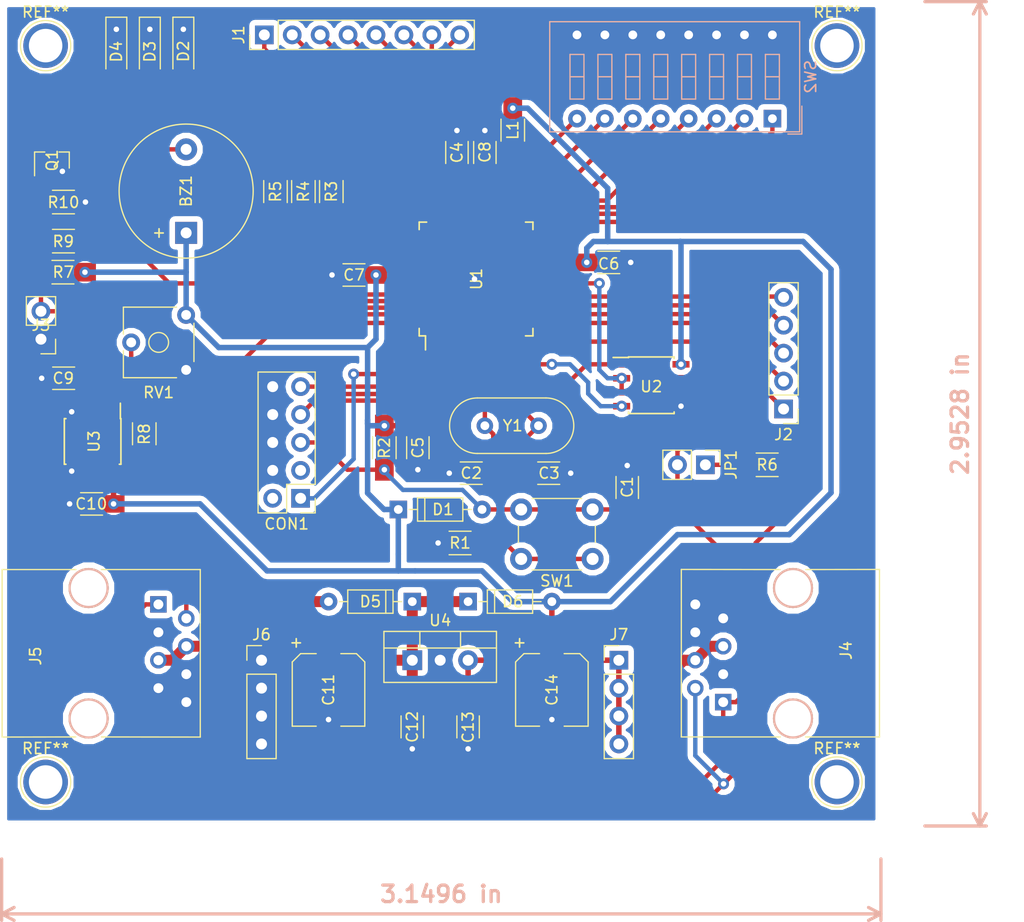
<source format=kicad_pcb>
(kicad_pcb (version 4) (host pcbnew 4.0.7-e2-6376~58~ubuntu16.04.1)
  (layers (0 F.Cu signal hide) (31 B.Cu signal hide) (34 B.Paste user hide) (35 F.Paste user hide) (36 B.SilkS user) (37 F.SilkS user) (38 B.Mask user hide) (39 F.Mask user hide) (44 Edge.Cuts user hide))
  (net 0 "")
  (net 1 +5V)
  (net 2 "Net-(BZ1-Pad2)")
  (net 3 AVR_RESET)
  (net 4 GND)
  (net 5 "Net-(C2-Pad1)")
  (net 6 "Net-(C3-Pad1)")
  (net 7 "Net-(C4-Pad1)")
  (net 8 "Net-(C8-Pad1)")
  (net 9 "Net-(C9-Pad1)")
  (net 10 "Net-(C11-Pad1)")
  (net 11 AVR_MOSI)
  (net 12 "Net-(CON1-Pad2)")
  (net 13 "Net-(CON1-Pad3)")
  (net 14 AVR_SCK)
  (net 15 AVR_MISO)
  (net 16 "Net-(D2-Pad2)")
  (net 17 "Net-(D3-Pad2)")
  (net 18 "Net-(D4-Pad2)")
  (net 19 +12V)
  (net 20 "Net-(J1-Pad1)")
  (net 21 "Net-(J1-Pad2)")
  (net 22 "Net-(J1-Pad3)")
  (net 23 "Net-(J1-Pad4)")
  (net 24 "Net-(J1-Pad5)")
  (net 25 "Net-(J1-Pad6)")
  (net 26 "Net-(J1-Pad7)")
  (net 27 "Net-(J1-Pad8)")
  (net 28 "Net-(J2-Pad1)")
  (net 29 "Net-(J2-Pad2)")
  (net 30 "Net-(J2-Pad3)")
  (net 31 "Net-(J2-Pad4)")
  (net 32 "Net-(J2-Pad5)")
  (net 33 MAX485_A)
  (net 34 MAX485_B)
  (net 35 "Net-(JP1-Pad1)")
  (net 36 "Net-(Q1-Pad1)")
  (net 37 "Net-(R1-Pad1)")
  (net 38 "Net-(R3-Pad2)")
  (net 39 "Net-(R4-Pad2)")
  (net 40 "Net-(R5-Pad2)")
  (net 41 AVR_PB4)
  (net 42 AVR_PB3)
  (net 43 "Net-(RV1-Pad2)")
  (net 44 "Net-(SW2-Pad1)")
  (net 45 "Net-(SW2-Pad2)")
  (net 46 "Net-(SW2-Pad3)")
  (net 47 "Net-(SW2-Pad4)")
  (net 48 "Net-(SW2-Pad5)")
  (net 49 "Net-(SW2-Pad6)")
  (net 50 "Net-(SW2-Pad7)")
  (net 51 "Net-(SW2-Pad8)")
  (net 52 AVR_RXD)
  (net 53 AVR_TXD)
  (net 54 AVR_PD7)
  (net 55 "Net-(U3-Pad6)")
  (module Resistors_SMD:R_1206_HandSoldering (layer F.Cu) (at 210.82 102.584 90)
    (fp_text reference R2 (at -0.032 0 90) (layer F.SilkS))
    (fp_text value 10K)
    (pad 1 smd rect (at -2 0 90) (size 2 1.7) (layers F.Cu F.Paste F.Mask) (net 3 AVR_RESET))
    (pad 2 smd rect (at 2 0 90) (size 2 1.7) (layers F.Cu F.Paste F.Mask) (net 1 +5V))
  )
  (module Connectors:RJ45_8 (layer F.Cu) (at 241.65 125.73 90)
    (fp_text reference J4 (at 4.7 11.18 90) (layer F.SilkS))
    (fp_text value RJ45)
    (pad Hole np_thru_hole circle (at 10.38 6.35 90) (size 3.65 3.65) (drill 3.25) (layers *.Cu *.SilkS *.Mask))
    (pad Hole np_thru_hole circle (at -1.49 6.35 90) (size 3.65 3.65) (drill 3.25) (layers *.Cu *.SilkS *.Mask))
    (pad 1 thru_hole rect (at 0 0 90) (size 1.5 1.5) (drill 0.9) (layers *.Cu *.Mask) (net 33 MAX485_A))
    (pad 2 thru_hole circle (at 1.27 -2.54 90) (size 1.5 1.5) (drill 0.9) (layers *.Cu *.Mask) (net 34 MAX485_B))
    (pad 3 thru_hole circle (at 2.54 0 90) (size 1.5 1.5) (drill 0.9) (layers *.Cu *.Mask) (net 4 GND))
    (pad 4 thru_hole circle (at 3.81 -2.54 90) (size 1.5 1.5) (drill 0.9) (layers *.Cu *.Mask) (net 19 +12V))
    (pad 5 thru_hole circle (at 5.08 0 90) (size 1.5 1.5) (drill 0.9) (layers *.Cu *.Mask) (net 19 +12V))
    (pad 6 thru_hole circle (at 6.35 -2.54 90) (size 1.5 1.5) (drill 0.9) (layers *.Cu *.Mask) (net 4 GND))
    (pad 7 thru_hole circle (at 7.62 0 90) (size 1.5 1.5) (drill 0.9) (layers *.Cu *.Mask) (net 4 GND))
    (pad 8 thru_hole circle (at 8.89 -2.54 90) (size 1.5 1.5) (drill 0.9) (layers *.Cu *.Mask) (net 4 GND))
  )
  (module Connectors:RJ45_8 (layer F.Cu) (at 190.262 116.84 270)
    (fp_text reference J5 (at 4.7 11.18 270) (layer F.SilkS))
    (fp_text value RJ45)
    (pad Hole np_thru_hole circle (at 10.38 6.35 270) (size 3.65 3.65) (drill 3.25) (layers *.Cu *.SilkS *.Mask))
    (pad Hole np_thru_hole circle (at -1.49 6.35 270) (size 3.65 3.65) (drill 3.25) (layers *.Cu *.SilkS *.Mask))
    (pad 1 thru_hole rect (at 0 0 270) (size 1.5 1.5) (drill 0.9) (layers *.Cu *.Mask) (net 33 MAX485_A))
    (pad 2 thru_hole circle (at 1.27 -2.54 270) (size 1.5 1.5) (drill 0.9) (layers *.Cu *.Mask) (net 34 MAX485_B))
    (pad 3 thru_hole circle (at 2.54 0 270) (size 1.5 1.5) (drill 0.9) (layers *.Cu *.Mask) (net 4 GND))
    (pad 4 thru_hole circle (at 3.81 -2.54 270) (size 1.5 1.5) (drill 0.9) (layers *.Cu *.Mask) (net 19 +12V))
    (pad 5 thru_hole circle (at 5.08 0 270) (size 1.5 1.5) (drill 0.9) (layers *.Cu *.Mask) (net 19 +12V))
    (pad 6 thru_hole circle (at 6.35 -2.54 270) (size 1.5 1.5) (drill 0.9) (layers *.Cu *.Mask) (net 4 GND))
    (pad 7 thru_hole circle (at 7.62 0 270) (size 1.5 1.5) (drill 0.9) (layers *.Cu *.Mask) (net 4 GND))
    (pad 8 thru_hole circle (at 8.89 -2.54 270) (size 1.5 1.5) (drill 0.9) (layers *.Cu *.Mask) (net 4 GND))
  )
  (module Resistors_SMD:R_1206_HandSoldering (layer F.Cu) (at 217.71 111.252 180)
    (fp_text reference R1 (at 0 0 180) (layer F.SilkS))
    (fp_text value 330)
    (pad 1 smd rect (at -2 0 180) (size 2 1.7) (layers F.Cu F.Paste F.Mask) (net 37 "Net-(R1-Pad1)"))
    (pad 2 smd rect (at 2 0 180) (size 2 1.7) (layers F.Cu F.Paste F.Mask) (net 4 GND))
  )
  (module Capacitors_SMD:C_1206_HandSoldering (layer F.Cu) (at 218.726 104.902 180)
    (fp_text reference C2 (at 0 0 180) (layer F.SilkS))
    (fp_text value 22pF)
    (pad 1 smd rect (at -2 0 180) (size 2 1.6) (layers F.Cu F.Paste F.Mask) (net 5 "Net-(C2-Pad1)"))
    (pad 2 smd rect (at 2 0 180) (size 2 1.6) (layers F.Cu F.Paste F.Mask) (net 4 GND))
  )
  (module Diodes_THT:D_DO-35_SOD27_P7.62mm_Horizontal (layer F.Cu) (at 212.09 108.204)
    (fp_text reference D1 (at 4.064 0) (layer F.SilkS))
    (fp_text value 1N4004)
    (pad 1 thru_hole rect (at 0 0) (size 1.6 1.6) (drill 0.8) (layers *.Cu *.Mask) (net 1 +5V))
    (pad 2 thru_hole oval (at 7.62 0) (size 1.6 1.6) (drill 0.8) (layers *.Cu *.Mask) (net 3 AVR_RESET))
  )
  (module Capacitors_SMD:C_1206_HandSoldering (layer F.Cu) (at 213.868 102.584 270)
    (fp_text reference C5 (at 0 0 270) (layer F.SilkS))
    (fp_text value 100nF)
    (pad 1 smd rect (at -2 0 270) (size 2 1.6) (layers F.Cu F.Paste F.Mask) (net 1 +5V))
    (pad 2 smd rect (at 2 0 270) (size 2 1.6) (layers F.Cu F.Paste F.Mask) (net 4 GND))
  )
  (module Capacitors_SMD:C_1206_HandSoldering (layer F.Cu) (at 232.918 106.204 90)
    (fp_text reference C1 (at 0.032 0 90) (layer F.SilkS))
    (fp_text value 100nF)
    (pad 1 smd rect (at -2 0 90) (size 2 1.6) (layers F.Cu F.Paste F.Mask) (net 3 AVR_RESET))
    (pad 2 smd rect (at 2 0 90) (size 2 1.6) (layers F.Cu F.Paste F.Mask) (net 4 GND))
  )
  (module Capacitors_SMD:C_1206_HandSoldering (layer F.Cu) (at 225.774 104.902)
    (fp_text reference C3 (at 0.032 0) (layer F.SilkS))
    (fp_text value 22pF)
    (pad 1 smd rect (at -2 0) (size 2 1.6) (layers F.Cu F.Paste F.Mask) (net 6 "Net-(C3-Pad1)"))
    (pad 2 smd rect (at 2 0) (size 2 1.6) (layers F.Cu F.Paste F.Mask) (net 4 GND))
  )
  (module Buttons_Switches_THT:SW_PUSH_6mm_h13mm (layer F.Cu) (at 229.766 112.704 180)
    (fp_text reference SW1 (at 3.25 -2 180) (layer F.SilkS))
    (fp_text value SW_Push)
    (pad 2 thru_hole circle (at 0 4.5 270) (size 2 2) (drill 1.1) (layers *.Cu *.Mask) (net 3 AVR_RESET))
    (pad 1 thru_hole circle (at 0 0 270) (size 2 2) (drill 1.1) (layers *.Cu *.Mask) (net 37 "Net-(R1-Pad1)"))
    (pad 2 thru_hole circle (at 6.5 4.5 270) (size 2 2) (drill 1.1) (layers *.Cu *.Mask) (net 3 AVR_RESET))
    (pad 1 thru_hole circle (at 6.5 0 270) (size 2 2) (drill 1.1) (layers *.Cu *.Mask) (net 37 "Net-(R1-Pad1)"))
  )
  (module Crystals:Crystal_HC49-U_Vertical (layer F.Cu) (at 219.964 100.584)
    (fp_text reference Y1 (at 2.54 0) (layer F.SilkS))
    (fp_text value 16MHZ)
    (pad 1 thru_hole circle (at 0 0) (size 1.5 1.5) (drill 0.8) (layers *.Cu *.Mask) (net 5 "Net-(C2-Pad1)"))
    (pad 2 thru_hole circle (at 4.88 0) (size 1.5 1.5) (drill 0.8) (layers *.Cu *.Mask) (net 6 "Net-(C3-Pad1)"))
  )
  (module TO_SOT_Packages_SMD:SOT-23 (layer F.Cu) (at 180.574 76.44 90)
    (fp_text reference Q1 (at 0 0.02 90) (layer F.SilkS))
    (fp_text value BC847)
    (pad 1 smd rect (at -1 -0.95 90) (size 0.9 0.8) (layers F.Cu F.Paste F.Mask) (net 36 "Net-(Q1-Pad1)"))
    (pad 2 smd rect (at -1 0.95 90) (size 0.9 0.8) (layers F.Cu F.Paste F.Mask) (net 4 GND))
    (pad 3 smd rect (at 1 0 90) (size 0.9 0.8) (layers F.Cu F.Paste F.Mask) (net 2 "Net-(BZ1-Pad2)"))
  )
  (module Housings_SOIC:SOIC-8_3.9x4.9mm_Pitch1.27mm (layer F.Cu) (at 235.11 96.901)
    (fp_text reference U2 (at 0 0.127) (layer F.SilkS))
    (fp_text value MAX485E)
    (pad 1 smd rect (at -2.7 -1.905) (size 1.55 0.6) (layers F.Cu F.Paste F.Mask) (net 52 AVR_RXD))
    (pad 2 smd rect (at -2.7 -0.635) (size 1.55 0.6) (layers F.Cu F.Paste F.Mask) (net 54 AVR_PD7))
    (pad 3 smd rect (at -2.7 0.635) (size 1.55 0.6) (layers F.Cu F.Paste F.Mask) (net 54 AVR_PD7))
    (pad 4 smd rect (at -2.7 1.905) (size 1.55 0.6) (layers F.Cu F.Paste F.Mask) (net 53 AVR_TXD))
    (pad 5 smd rect (at 2.7 1.905) (size 1.55 0.6) (layers F.Cu F.Paste F.Mask) (net 4 GND))
    (pad 6 smd rect (at 2.7 0.635) (size 1.55 0.6) (layers F.Cu F.Paste F.Mask) (net 33 MAX485_A))
    (pad 7 smd rect (at 2.7 -0.635) (size 1.55 0.6) (layers F.Cu F.Paste F.Mask) (net 34 MAX485_B))
    (pad 8 smd rect (at 2.7 -1.905) (size 1.55 0.6) (layers F.Cu F.Paste F.Mask) (net 1 +5V))
  )
  (module Buzzers_Beepers:Buzzer_12x9.5RM7.6 (layer F.Cu) (at 192.786 83.038 90)
    (fp_text reference BZ1 (at 3.8 0 90) (layer F.SilkS))
    (fp_text value Buzzer)
    (fp_text user + (at -0.01 -2.54 90) (layer F.SilkS))
    (pad 1 thru_hole rect (at 0 0 90) (size 2 2) (drill 1) (layers *.Cu *.Mask) (net 1 +5V))
    (pad 2 thru_hole circle (at 7.6 0 90) (size 2 2) (drill 1) (layers *.Cu *.Mask) (net 2 "Net-(BZ1-Pad2)"))
  )
  (module Capacitors_SMD:C_1206_HandSoldering (layer F.Cu) (at 217.424 75.724 90)
    (fp_text reference C4 (at 0 0 90) (layer F.SilkS))
    (fp_text value 100nF)
    (pad 1 smd rect (at -2 0 90) (size 2 1.6) (layers F.Cu F.Paste F.Mask) (net 7 "Net-(C4-Pad1)"))
    (pad 2 smd rect (at 2 0 90) (size 2 1.6) (layers F.Cu F.Paste F.Mask) (net 4 GND))
  )
  (module Capacitors_SMD:C_1206_HandSoldering (layer F.Cu) (at 231.235 85.725)
    (fp_text reference C6 (at 0 0.127) (layer F.SilkS))
    (fp_text value 100nF)
    (pad 1 smd rect (at -2 0) (size 2 1.6) (layers F.Cu F.Paste F.Mask) (net 1 +5V))
    (pad 2 smd rect (at 2 0) (size 2 1.6) (layers F.Cu F.Paste F.Mask) (net 4 GND))
  )
  (module Capacitors_SMD:C_1206_HandSoldering (layer F.Cu) (at 208.058 86.868 180)
    (fp_text reference C7 (at 0 0 180) (layer F.SilkS))
    (fp_text value 100nF)
    (pad 1 smd rect (at -2 0 180) (size 2 1.6) (layers F.Cu F.Paste F.Mask) (net 1 +5V))
    (pad 2 smd rect (at 2 0 180) (size 2 1.6) (layers F.Cu F.Paste F.Mask) (net 4 GND))
  )
  (module Capacitors_SMD:C_1206_HandSoldering (layer F.Cu) (at 219.964 75.724 90)
    (fp_text reference C8 (at 0.032 0 90) (layer F.SilkS))
    (fp_text value 100nF)
    (pad 1 smd rect (at -2 0 90) (size 2 1.6) (layers F.Cu F.Paste F.Mask) (net 8 "Net-(C8-Pad1)"))
    (pad 2 smd rect (at 2 0 90) (size 2 1.6) (layers F.Cu F.Paste F.Mask) (net 4 GND))
  )
  (module Capacitors_SMD:C_1206_HandSoldering (layer F.Cu) (at 181.642 96.266 180)
    (fp_text reference C9 (at 0.032 0 180) (layer F.SilkS))
    (fp_text value 100nF)
    (pad 1 smd rect (at -2 0 180) (size 2 1.6) (layers F.Cu F.Paste F.Mask) (net 9 "Net-(C9-Pad1)"))
    (pad 2 smd rect (at 2 0 180) (size 2 1.6) (layers F.Cu F.Paste F.Mask) (net 4 GND))
  )
  (module Capacitors_SMD:C_1206_HandSoldering (layer F.Cu) (at 184.182 107.696)
    (fp_text reference C10 (at -0.032 0) (layer F.SilkS))
    (fp_text value 100nF)
    (pad 1 smd rect (at -2 0) (size 2 1.6) (layers F.Cu F.Paste F.Mask) (net 4 GND))
    (pad 2 smd rect (at 2 0) (size 2 1.6) (layers F.Cu F.Paste F.Mask) (net 1 +5V))
  )
  (module Capacitors_SMD:CP_Elec_6.3x5.3 (layer F.Cu) (at 205.74 124.62 270)
    (fp_text reference C11 (at 0 0 270) (layer F.SilkS))
    (fp_text value 100uF)
    (fp_text user + (at -4.28 3.01 270) (layer F.SilkS))
    (pad 1 smd rect (at -2.7 0 90) (size 3.5 1.6) (layers F.Cu F.Paste F.Mask) (net 10 "Net-(C11-Pad1)"))
    (pad 2 smd rect (at 2.7 0 90) (size 3.5 1.6) (layers F.Cu F.Paste F.Mask) (net 4 GND))
  )
  (module Capacitors_SMD:C_1206_HandSoldering (layer F.Cu) (at 213.36 127.984 270)
    (fp_text reference C12 (at 0 0 270) (layer F.SilkS))
    (fp_text value 330nF)
    (pad 1 smd rect (at -2 0 270) (size 2 1.6) (layers F.Cu F.Paste F.Mask) (net 10 "Net-(C11-Pad1)"))
    (pad 2 smd rect (at 2 0 270) (size 2 1.6) (layers F.Cu F.Paste F.Mask) (net 4 GND))
  )
  (module Capacitors_SMD:C_1206_HandSoldering (layer F.Cu) (at 218.44 127.984 270)
    (fp_text reference C13 (at 0.032 0 270) (layer F.SilkS))
    (fp_text value 100nF)
    (pad 1 smd rect (at -2 0 270) (size 2 1.6) (layers F.Cu F.Paste F.Mask) (net 1 +5V))
    (pad 2 smd rect (at 2 0 270) (size 2 1.6) (layers F.Cu F.Paste F.Mask) (net 4 GND))
  )
  (module Capacitors_SMD:CP_Elec_6.3x5.3 (layer F.Cu) (at 226.06 124.62 270)
    (fp_text reference C14 (at 0 0 270) (layer F.SilkS))
    (fp_text value 100uF)
    (fp_text user + (at -4.28 3.01 270) (layer F.SilkS))
    (pad 1 smd rect (at -2.7 0 90) (size 3.5 1.6) (layers F.Cu F.Paste F.Mask) (net 1 +5V))
    (pad 2 smd rect (at 2.7 0 90) (size 3.5 1.6) (layers F.Cu F.Paste F.Mask) (net 4 GND))
  )
  (module Pin_Headers:Pin_Header_Straight_2x05_Pitch2.54mm (layer F.Cu) (at 203.2 107.188 180)
    (fp_text reference CON1 (at 1.27 -2.33 180) (layer F.SilkS))
    (fp_text value AVR-ISP-10)
    (pad 1 thru_hole rect (at 0 0 180) (size 1.7 1.7) (drill 1) (layers *.Cu *.Mask) (net 11 AVR_MOSI))
    (pad 2 thru_hole oval (at 2.54 0 180) (size 1.7 1.7) (drill 1) (layers *.Cu *.Mask) (net 12 "Net-(CON1-Pad2)"))
    (pad 3 thru_hole oval (at 0 2.54 180) (size 1.7 1.7) (drill 1) (layers *.Cu *.Mask) (net 13 "Net-(CON1-Pad3)"))
    (pad 4 thru_hole oval (at 2.54 2.54 180) (size 1.7 1.7) (drill 1) (layers *.Cu *.Mask) (net 4 GND))
    (pad 5 thru_hole oval (at 0 5.08 180) (size 1.7 1.7) (drill 1) (layers *.Cu *.Mask) (net 3 AVR_RESET))
    (pad 6 thru_hole oval (at 2.54 5.08 180) (size 1.7 1.7) (drill 1) (layers *.Cu *.Mask) (net 4 GND))
    (pad 7 thru_hole oval (at 0 7.62 180) (size 1.7 1.7) (drill 1) (layers *.Cu *.Mask) (net 14 AVR_SCK))
    (pad 8 thru_hole oval (at 2.54 7.62 180) (size 1.7 1.7) (drill 1) (layers *.Cu *.Mask) (net 4 GND))
    (pad 9 thru_hole oval (at 0 10.16 180) (size 1.7 1.7) (drill 1) (layers *.Cu *.Mask) (net 15 AVR_MISO))
    (pad 10 thru_hole oval (at 2.54 10.16 180) (size 1.7 1.7) (drill 1) (layers *.Cu *.Mask) (net 4 GND))
  )
  (module LEDs:LED_1206_HandSoldering (layer F.Cu) (at 192.532 66.516 270)
    (fp_text reference D2 (at 0 0 270) (layer F.SilkS))
    (fp_text value RED)
    (pad 1 smd rect (at -2 0 270) (size 2 1.7) (layers F.Cu F.Paste F.Mask) (net 4 GND))
    (pad 2 smd rect (at 2 0 270) (size 2 1.7) (layers F.Cu F.Paste F.Mask) (net 16 "Net-(D2-Pad2)"))
  )
  (module LEDs:LED_1206_HandSoldering (layer F.Cu) (at 189.484 66.516 270)
    (fp_text reference D3 (at 0.032 0 270) (layer F.SilkS))
    (fp_text value GREEN)
    (pad 1 smd rect (at -2 0 270) (size 2 1.7) (layers F.Cu F.Paste F.Mask) (net 4 GND))
    (pad 2 smd rect (at 2 0 270) (size 2 1.7) (layers F.Cu F.Paste F.Mask) (net 17 "Net-(D3-Pad2)"))
  )
  (module LEDs:LED_1206_HandSoldering (layer F.Cu) (at 186.436 66.516 270)
    (fp_text reference D4 (at 0.032 0 270) (layer F.SilkS))
    (fp_text value BLUE)
    (pad 1 smd rect (at -2 0 270) (size 2 1.7) (layers F.Cu F.Paste F.Mask) (net 4 GND))
    (pad 2 smd rect (at 2 0 270) (size 2 1.7) (layers F.Cu F.Paste F.Mask) (net 18 "Net-(D4-Pad2)"))
  )
  (module Diodes_THT:D_DO-35_SOD27_P7.62mm_Horizontal (layer F.Cu) (at 213.36 116.586 180)
    (fp_text reference D5 (at 3.81 0 180) (layer F.SilkS))
    (fp_text value 1N4004)
    (pad 1 thru_hole rect (at 0 0 180) (size 1.6 1.6) (drill 0.8) (layers *.Cu *.Mask) (net 10 "Net-(C11-Pad1)"))
    (pad 2 thru_hole oval (at 7.62 0 180) (size 1.6 1.6) (drill 0.8) (layers *.Cu *.Mask) (net 19 +12V))
  )
  (module Diodes_THT:D_DO-35_SOD27_P7.62mm_Horizontal (layer F.Cu) (at 218.44 116.586)
    (fp_text reference D6 (at 4.064 0) (layer F.SilkS))
    (fp_text value 1N4004)
    (pad 1 thru_hole rect (at 0 0) (size 1.6 1.6) (drill 0.8) (layers *.Cu *.Mask) (net 10 "Net-(C11-Pad1)"))
    (pad 2 thru_hole oval (at 7.62 0) (size 1.6 1.6) (drill 0.8) (layers *.Cu *.Mask) (net 1 +5V))
  )
  (module Pin_Headers:Pin_Header_Straight_1x08_Pitch2.54mm (layer F.Cu) (at 199.898 65.024 90)
    (fp_text reference J1 (at 0 -2.33 90) (layer F.SilkS))
    (fp_text value Conn_01x08)
    (pad 1 thru_hole rect (at 0 0 90) (size 1.7 1.7) (drill 1) (layers *.Cu *.Mask) (net 20 "Net-(J1-Pad1)"))
    (pad 2 thru_hole oval (at 0 2.54 90) (size 1.7 1.7) (drill 1) (layers *.Cu *.Mask) (net 21 "Net-(J1-Pad2)"))
    (pad 3 thru_hole oval (at 0 5.08 90) (size 1.7 1.7) (drill 1) (layers *.Cu *.Mask) (net 22 "Net-(J1-Pad3)"))
    (pad 4 thru_hole oval (at 0 7.62 90) (size 1.7 1.7) (drill 1) (layers *.Cu *.Mask) (net 23 "Net-(J1-Pad4)"))
    (pad 5 thru_hole oval (at 0 10.16 90) (size 1.7 1.7) (drill 1) (layers *.Cu *.Mask) (net 24 "Net-(J1-Pad5)"))
    (pad 6 thru_hole oval (at 0 12.7 90) (size 1.7 1.7) (drill 1) (layers *.Cu *.Mask) (net 25 "Net-(J1-Pad6)"))
    (pad 7 thru_hole oval (at 0 15.24 90) (size 1.7 1.7) (drill 1) (layers *.Cu *.Mask) (net 26 "Net-(J1-Pad7)"))
    (pad 8 thru_hole oval (at 0 17.78 90) (size 1.7 1.7) (drill 1) (layers *.Cu *.Mask) (net 27 "Net-(J1-Pad8)"))
  )
  (module Pin_Headers:Pin_Header_Straight_1x05_Pitch2.54mm (layer F.Cu) (at 247.142 99.06 180)
    (fp_text reference J2 (at 0 -2.33 180) (layer F.SilkS))
    (fp_text value Conn_01x05)
    (pad 1 thru_hole rect (at 0 0 180) (size 1.7 1.7) (drill 1) (layers *.Cu *.Mask) (net 28 "Net-(J2-Pad1)"))
    (pad 2 thru_hole oval (at 0 2.54 180) (size 1.7 1.7) (drill 1) (layers *.Cu *.Mask) (net 29 "Net-(J2-Pad2)"))
    (pad 3 thru_hole oval (at 0 5.08 180) (size 1.7 1.7) (drill 1) (layers *.Cu *.Mask) (net 30 "Net-(J2-Pad3)"))
    (pad 4 thru_hole oval (at 0 7.62 180) (size 1.7 1.7) (drill 1) (layers *.Cu *.Mask) (net 31 "Net-(J2-Pad4)"))
    (pad 5 thru_hole oval (at 0 10.16 180) (size 1.7 1.7) (drill 1) (layers *.Cu *.Mask) (net 32 "Net-(J2-Pad5)"))
  )
  (module Pin_Headers:Pin_Header_Straight_1x02_Pitch2.54mm (layer F.Cu) (at 179.578 92.71 180)
    (fp_text reference J3 (at 0 1.27 180) (layer F.SilkS))
    (fp_text value Conn_01x02)
    (pad 1 thru_hole rect (at 0 0 180) (size 1.7 1.7) (drill 1) (layers *.Cu *.Mask) (net 4 GND))
    (pad 2 thru_hole oval (at 0 2.54 180) (size 1.7 1.7) (drill 1) (layers *.Cu *.Mask) (net 9 "Net-(C9-Pad1)"))
  )
  (module Pin_Headers:Pin_Header_Straight_1x04_Pitch2.54mm (layer F.Cu) (at 199.644 121.92)
    (fp_text reference J6 (at 0 -2.33) (layer F.SilkS))
    (fp_text value Conn_01x04)
    (pad 1 thru_hole rect (at 0 0) (size 1.7 1.7) (drill 1) (layers *.Cu *.Mask) (net 4 GND))
    (pad 2 thru_hole oval (at 0 2.54) (size 1.7 1.7) (drill 1) (layers *.Cu *.Mask) (net 4 GND))
    (pad 3 thru_hole oval (at 0 5.08) (size 1.7 1.7) (drill 1) (layers *.Cu *.Mask) (net 4 GND))
    (pad 4 thru_hole oval (at 0 7.62) (size 1.7 1.7) (drill 1) (layers *.Cu *.Mask) (net 4 GND))
  )
  (module Pin_Headers:Pin_Header_Straight_1x04_Pitch2.54mm (layer F.Cu) (at 232.156 121.92)
    (fp_text reference J7 (at 0 -2.33) (layer F.SilkS))
    (fp_text value Conn_01x04)
    (pad 1 thru_hole rect (at 0 0) (size 1.7 1.7) (drill 1) (layers *.Cu *.Mask) (net 1 +5V))
    (pad 2 thru_hole oval (at 0 2.54) (size 1.7 1.7) (drill 1) (layers *.Cu *.Mask) (net 1 +5V))
    (pad 3 thru_hole oval (at 0 5.08) (size 1.7 1.7) (drill 1) (layers *.Cu *.Mask) (net 1 +5V))
    (pad 4 thru_hole oval (at 0 7.62) (size 1.7 1.7) (drill 1) (layers *.Cu *.Mask) (net 1 +5V))
  )
  (module Pin_Headers:Pin_Header_Straight_1x02_Pitch2.54mm (layer F.Cu) (at 240.03 104.14 270)
    (fp_text reference JP1 (at 0 -2.33 270) (layer F.SilkS))
    (fp_text value Jumper)
    (pad 1 thru_hole rect (at 0 0 270) (size 1.7 1.7) (drill 1) (layers *.Cu *.Mask) (net 35 "Net-(JP1-Pad1)"))
    (pad 2 thru_hole oval (at 0 2.54 270) (size 1.7 1.7) (drill 1) (layers *.Cu *.Mask) (net 33 MAX485_A))
  )
  (module Inductors_SMD:L_1206_HandSoldering (layer F.Cu) (at 222.504 73.692 270)
    (fp_text reference L1 (at 0 0 270) (layer F.SilkS))
    (fp_text value 10uH)
    (pad 1 smd rect (at -2 0 270) (size 2 1.7) (layers F.Cu F.Paste F.Mask) (net 1 +5V))
    (pad 2 smd rect (at 2 0 270) (size 2 1.7) (layers F.Cu F.Paste F.Mask) (net 8 "Net-(C8-Pad1)"))
  )
  (module Resistors_SMD:R_1206_HandSoldering (layer F.Cu) (at 205.994 79.28 270)
    (fp_text reference R3 (at 0 0 270) (layer F.SilkS))
    (fp_text value 270)
    (pad 1 smd rect (at -2 0 270) (size 2 1.7) (layers F.Cu F.Paste F.Mask) (net 16 "Net-(D2-Pad2)"))
    (pad 2 smd rect (at 2 0 270) (size 2 1.7) (layers F.Cu F.Paste F.Mask) (net 38 "Net-(R3-Pad2)"))
  )
  (module Resistors_SMD:R_1206_HandSoldering (layer F.Cu) (at 203.454 79.28 270)
    (fp_text reference R4 (at 0 0 270) (layer F.SilkS))
    (fp_text value 270)
    (pad 1 smd rect (at -2 0 270) (size 2 1.7) (layers F.Cu F.Paste F.Mask) (net 17 "Net-(D3-Pad2)"))
    (pad 2 smd rect (at 2 0 270) (size 2 1.7) (layers F.Cu F.Paste F.Mask) (net 39 "Net-(R4-Pad2)"))
  )
  (module Resistors_SMD:R_1206_HandSoldering (layer F.Cu) (at 200.914 79.28 270)
    (fp_text reference R5 (at 0 0 270) (layer F.SilkS))
    (fp_text value 270)
    (pad 1 smd rect (at -2 0 270) (size 2 1.7) (layers F.Cu F.Paste F.Mask) (net 18 "Net-(D4-Pad2)"))
    (pad 2 smd rect (at 2 0 270) (size 2 1.7) (layers F.Cu F.Paste F.Mask) (net 40 "Net-(R5-Pad2)"))
  )
  (module Resistors_SMD:R_1206_HandSoldering (layer F.Cu) (at 245.65 104.14 180)
    (fp_text reference R6 (at 0 0 180) (layer F.SilkS))
    (fp_text value 120)
    (pad 1 smd rect (at -2 0 180) (size 2 1.7) (layers F.Cu F.Paste F.Mask) (net 34 MAX485_B))
    (pad 2 smd rect (at 2 0 180) (size 2 1.7) (layers F.Cu F.Paste F.Mask) (net 35 "Net-(JP1-Pad1)"))
  )
  (module Resistors_SMD:R_1206_HandSoldering (layer F.Cu) (at 181.578 86.614 180)
    (fp_text reference R7 (at -0.032 0 180) (layer F.SilkS))
    (fp_text value 10K)
    (pad 1 smd rect (at -2 0 180) (size 2 1.7) (layers F.Cu F.Paste F.Mask) (net 1 +5V))
    (pad 2 smd rect (at 2 0 180) (size 2 1.7) (layers F.Cu F.Paste F.Mask) (net 9 "Net-(C9-Pad1)"))
  )
  (module Resistors_SMD:R_1206_HandSoldering (layer F.Cu) (at 188.976 101.314 90)
    (fp_text reference R8 (at -0.032 0 90) (layer F.SilkS))
    (fp_text value 10K)
    (pad 1 smd rect (at -2 0 90) (size 2 1.7) (layers F.Cu F.Paste F.Mask) (net 1 +5V))
    (pad 2 smd rect (at 2 0 90) (size 2 1.7) (layers F.Cu F.Paste F.Mask) (net 41 AVR_PB4))
  )
  (module Resistors_SMD:R_1206_HandSoldering (layer F.Cu) (at 181.624 83.79)
    (fp_text reference R9 (at -0.014 0.03) (layer F.SilkS))
    (fp_text value 2K2)
    (pad 1 smd rect (at -2 0) (size 2 1.7) (layers F.Cu F.Paste F.Mask) (net 36 "Net-(Q1-Pad1)"))
    (pad 2 smd rect (at 2 0) (size 2 1.7) (layers F.Cu F.Paste F.Mask) (net 42 AVR_PB3))
  )
  (module Resistors_SMD:R_1206_HandSoldering (layer F.Cu) (at 181.624 80.234)
    (fp_text reference R10 (at 0 0.03) (layer F.SilkS))
    (fp_text value 10K)
    (pad 1 smd rect (at -2 0) (size 2 1.7) (layers F.Cu F.Paste F.Mask) (net 36 "Net-(Q1-Pad1)"))
    (pad 2 smd rect (at 2 0) (size 2 1.7) (layers F.Cu F.Paste F.Mask) (net 4 GND))
  )
  (module Potentiometers:Potentiometer_Trimmer_ACP_CA6v_Horizontal (layer F.Cu) (at 192.786 90.504 180)
    (fp_text reference RV1 (at 2.5 -7.06 180) (layer F.SilkS))
    (fp_text value 10K)
    (pad 3 thru_hole circle (at 0 -5 180) (size 1.62 1.62) (drill 0.9) (layers *.Cu *.Mask) (net 4 GND))
    (pad 2 thru_hole circle (at 5 -2.5 180) (size 1.62 1.62) (drill 0.9) (layers *.Cu *.Mask) (net 43 "Net-(RV1-Pad2)"))
    (pad 1 thru_hole circle (at 0 0 180) (size 1.62 1.62) (drill 0.9) (layers *.Cu *.Mask) (net 1 +5V))
  )
  (module Buttons_Switches_THT:SW_DIP_x8_W7.62mm_Slide (layer B.Cu) (at 246.126 72.644 90)
    (fp_text reference SW2 (at 3.81 3.48 90) (layer B.SilkS) (effects (justify mirror)))
    (fp_text value SW_DIP_x08)
    (pad 1 thru_hole rect (at 0 0 90) (size 1.6 1.6) (drill 0.8) (layers *.Cu *.Mask) (net 44 "Net-(SW2-Pad1)"))
    (pad 9 thru_hole oval (at 7.62 -17.78 90) (size 1.6 1.6) (drill 0.8) (layers *.Cu *.Mask) (net 4 GND))
    (pad 2 thru_hole oval (at 0 -2.54 90) (size 1.6 1.6) (drill 0.8) (layers *.Cu *.Mask) (net 45 "Net-(SW2-Pad2)"))
    (pad 10 thru_hole oval (at 7.62 -15.24 90) (size 1.6 1.6) (drill 0.8) (layers *.Cu *.Mask) (net 4 GND))
    (pad 3 thru_hole oval (at 0 -5.08 90) (size 1.6 1.6) (drill 0.8) (layers *.Cu *.Mask) (net 46 "Net-(SW2-Pad3)"))
    (pad 11 thru_hole oval (at 7.62 -12.7 90) (size 1.6 1.6) (drill 0.8) (layers *.Cu *.Mask) (net 4 GND))
    (pad 4 thru_hole oval (at 0 -7.62 90) (size 1.6 1.6) (drill 0.8) (layers *.Cu *.Mask) (net 47 "Net-(SW2-Pad4)"))
    (pad 12 thru_hole oval (at 7.62 -10.16 90) (size 1.6 1.6) (drill 0.8) (layers *.Cu *.Mask) (net 4 GND))
    (pad 5 thru_hole oval (at 0 -10.16 90) (size 1.6 1.6) (drill 0.8) (layers *.Cu *.Mask) (net 48 "Net-(SW2-Pad5)"))
    (pad 13 thru_hole oval (at 7.62 -7.62 90) (size 1.6 1.6) (drill 0.8) (layers *.Cu *.Mask) (net 4 GND))
    (pad 6 thru_hole oval (at 0 -12.7 90) (size 1.6 1.6) (drill 0.8) (layers *.Cu *.Mask) (net 49 "Net-(SW2-Pad6)"))
    (pad 14 thru_hole oval (at 7.62 -5.08 90) (size 1.6 1.6) (drill 0.8) (layers *.Cu *.Mask) (net 4 GND))
    (pad 7 thru_hole oval (at 0 -15.24 90) (size 1.6 1.6) (drill 0.8) (layers *.Cu *.Mask) (net 50 "Net-(SW2-Pad7)"))
    (pad 15 thru_hole oval (at 7.62 -2.54 90) (size 1.6 1.6) (drill 0.8) (layers *.Cu *.Mask) (net 4 GND))
    (pad 8 thru_hole oval (at 0 -17.78 90) (size 1.6 1.6) (drill 0.8) (layers *.Cu *.Mask) (net 51 "Net-(SW2-Pad8)"))
    (pad 16 thru_hole oval (at 7.62 0 90) (size 1.6 1.6) (drill 0.8) (layers *.Cu *.Mask) (net 4 GND))
  )
  (module Housings_QFP:TQFP-44_10x10mm_Pitch0.8mm (layer F.Cu) (at 219.164 87.234 90)
    (fp_text reference U1 (at 0 0.038 90) (layer F.SilkS))
    (fp_text value ATMEGA32-16PU)
    (pad 1 smd rect (at -5.7 -4 90) (size 1.5 0.55) (layers F.Cu F.Paste F.Mask) (net 11 AVR_MOSI))
    (pad 2 smd rect (at -5.7 -3.2 90) (size 1.5 0.55) (layers F.Cu F.Paste F.Mask) (net 15 AVR_MISO))
    (pad 3 smd rect (at -5.7 -2.4 90) (size 1.5 0.55) (layers F.Cu F.Paste F.Mask) (net 14 AVR_SCK))
    (pad 4 smd rect (at -5.7 -1.6 90) (size 1.5 0.55) (layers F.Cu F.Paste F.Mask) (net 3 AVR_RESET))
    (pad 5 smd rect (at -5.7 -0.8 90) (size 1.5 0.55) (layers F.Cu F.Paste F.Mask) (net 1 +5V))
    (pad 6 smd rect (at -5.7 0 90) (size 1.5 0.55) (layers F.Cu F.Paste F.Mask) (net 4 GND))
    (pad 7 smd rect (at -5.7 0.8 90) (size 1.5 0.55) (layers F.Cu F.Paste F.Mask) (net 5 "Net-(C2-Pad1)"))
    (pad 8 smd rect (at -5.7 1.6 90) (size 1.5 0.55) (layers F.Cu F.Paste F.Mask) (net 6 "Net-(C3-Pad1)"))
    (pad 9 smd rect (at -5.7 2.4 90) (size 1.5 0.55) (layers F.Cu F.Paste F.Mask) (net 52 AVR_RXD))
    (pad 10 smd rect (at -5.7 3.2 90) (size 1.5 0.55) (layers F.Cu F.Paste F.Mask) (net 53 AVR_TXD))
    (pad 11 smd rect (at -5.7 4 90) (size 1.5 0.55) (layers F.Cu F.Paste F.Mask) (net 28 "Net-(J2-Pad1)"))
    (pad 12 smd rect (at -4 5.7 180) (size 1.5 0.55) (layers F.Cu F.Paste F.Mask) (net 29 "Net-(J2-Pad2)"))
    (pad 13 smd rect (at -3.2 5.7 180) (size 1.5 0.55) (layers F.Cu F.Paste F.Mask) (net 30 "Net-(J2-Pad3)"))
    (pad 14 smd rect (at -2.4 5.7 180) (size 1.5 0.55) (layers F.Cu F.Paste F.Mask) (net 31 "Net-(J2-Pad4)"))
    (pad 15 smd rect (at -1.6 5.7 180) (size 1.5 0.55) (layers F.Cu F.Paste F.Mask) (net 32 "Net-(J2-Pad5)"))
    (pad 16 smd rect (at -0.8 5.7 180) (size 1.5 0.55) (layers F.Cu F.Paste F.Mask) (net 54 AVR_PD7))
    (pad 17 smd rect (at 0 5.7 180) (size 1.5 0.55) (layers F.Cu F.Paste F.Mask) (net 1 +5V))
    (pad 18 smd rect (at 0.8 5.7 180) (size 1.5 0.55) (layers F.Cu F.Paste F.Mask) (net 4 GND))
    (pad 19 smd rect (at 1.6 5.7 180) (size 1.5 0.55) (layers F.Cu F.Paste F.Mask) (net 44 "Net-(SW2-Pad1)"))
    (pad 20 smd rect (at 2.4 5.7 180) (size 1.5 0.55) (layers F.Cu F.Paste F.Mask) (net 45 "Net-(SW2-Pad2)"))
    (pad 21 smd rect (at 3.2 5.7 180) (size 1.5 0.55) (layers F.Cu F.Paste F.Mask) (net 46 "Net-(SW2-Pad3)"))
    (pad 22 smd rect (at 4 5.7 180) (size 1.5 0.55) (layers F.Cu F.Paste F.Mask) (net 47 "Net-(SW2-Pad4)"))
    (pad 23 smd rect (at 5.7 4 90) (size 1.5 0.55) (layers F.Cu F.Paste F.Mask) (net 48 "Net-(SW2-Pad5)"))
    (pad 24 smd rect (at 5.7 3.2 90) (size 1.5 0.55) (layers F.Cu F.Paste F.Mask) (net 49 "Net-(SW2-Pad6)"))
    (pad 25 smd rect (at 5.7 2.4 90) (size 1.5 0.55) (layers F.Cu F.Paste F.Mask) (net 50 "Net-(SW2-Pad7)"))
    (pad 26 smd rect (at 5.7 1.6 90) (size 1.5 0.55) (layers F.Cu F.Paste F.Mask) (net 51 "Net-(SW2-Pad8)"))
    (pad 27 smd rect (at 5.7 0.8 90) (size 1.5 0.55) (layers F.Cu F.Paste F.Mask) (net 8 "Net-(C8-Pad1)"))
    (pad 28 smd rect (at 5.7 0 90) (size 1.5 0.55) (layers F.Cu F.Paste F.Mask) (net 4 GND))
    (pad 29 smd rect (at 5.7 -0.8 90) (size 1.5 0.55) (layers F.Cu F.Paste F.Mask) (net 7 "Net-(C4-Pad1)"))
    (pad 30 smd rect (at 5.7 -1.6 90) (size 1.5 0.55) (layers F.Cu F.Paste F.Mask) (net 27 "Net-(J1-Pad8)"))
    (pad 31 smd rect (at 5.7 -2.4 90) (size 1.5 0.55) (layers F.Cu F.Paste F.Mask) (net 26 "Net-(J1-Pad7)"))
    (pad 32 smd rect (at 5.7 -3.2 90) (size 1.5 0.55) (layers F.Cu F.Paste F.Mask) (net 25 "Net-(J1-Pad6)"))
    (pad 33 smd rect (at 5.7 -4 90) (size 1.5 0.55) (layers F.Cu F.Paste F.Mask) (net 24 "Net-(J1-Pad5)"))
    (pad 34 smd rect (at 4 -5.7 180) (size 1.5 0.55) (layers F.Cu F.Paste F.Mask) (net 23 "Net-(J1-Pad4)"))
    (pad 35 smd rect (at 3.2 -5.7 180) (size 1.5 0.55) (layers F.Cu F.Paste F.Mask) (net 22 "Net-(J1-Pad3)"))
    (pad 36 smd rect (at 2.4 -5.7 180) (size 1.5 0.55) (layers F.Cu F.Paste F.Mask) (net 21 "Net-(J1-Pad2)"))
    (pad 37 smd rect (at 1.6 -5.7 180) (size 1.5 0.55) (layers F.Cu F.Paste F.Mask) (net 20 "Net-(J1-Pad1)"))
    (pad 38 smd rect (at 0.8 -5.7 180) (size 1.5 0.55) (layers F.Cu F.Paste F.Mask) (net 1 +5V))
    (pad 39 smd rect (at 0 -5.7 180) (size 1.5 0.55) (layers F.Cu F.Paste F.Mask) (net 4 GND))
    (pad 40 smd rect (at -0.8 -5.7 180) (size 1.5 0.55) (layers F.Cu F.Paste F.Mask) (net 38 "Net-(R3-Pad2)"))
    (pad 41 smd rect (at -1.6 -5.7 180) (size 1.5 0.55) (layers F.Cu F.Paste F.Mask) (net 39 "Net-(R4-Pad2)"))
    (pad 42 smd rect (at -2.4 -5.7 180) (size 1.5 0.55) (layers F.Cu F.Paste F.Mask) (net 40 "Net-(R5-Pad2)"))
    (pad 43 smd rect (at -3.2 -5.7 180) (size 1.5 0.55) (layers F.Cu F.Paste F.Mask) (net 42 AVR_PB3))
    (pad 44 smd rect (at -4 -5.7 180) (size 1.5 0.55) (layers F.Cu F.Paste F.Mask) (net 41 AVR_PB4))
  )
  (module Housings_SOIC:SOIC-8_3.9x4.9mm_Pitch1.27mm (layer F.Cu) (at 184.277 102.014 270)
    (fp_text reference U3 (at 0 -0.127 270) (layer F.SilkS))
    (fp_text value LM393)
    (pad 1 smd rect (at -2.7 -1.905 270) (size 1.55 0.6) (layers F.Cu F.Paste F.Mask) (net 41 AVR_PB4))
    (pad 2 smd rect (at -2.7 -0.635 270) (size 1.55 0.6) (layers F.Cu F.Paste F.Mask) (net 43 "Net-(RV1-Pad2)"))
    (pad 3 smd rect (at -2.7 0.635 270) (size 1.55 0.6) (layers F.Cu F.Paste F.Mask) (net 9 "Net-(C9-Pad1)"))
    (pad 4 smd rect (at -2.7 1.905 270) (size 1.55 0.6) (layers F.Cu F.Paste F.Mask) (net 4 GND))
    (pad 5 smd rect (at 2.7 1.905 270) (size 1.55 0.6) (layers F.Cu F.Paste F.Mask) (net 4 GND))
    (pad 6 smd rect (at 2.7 0.635 270) (size 1.55 0.6) (layers F.Cu F.Paste F.Mask) (net 55 "Net-(U3-Pad6)"))
    (pad 7 smd rect (at 2.7 -0.635 270) (size 1.55 0.6) (layers F.Cu F.Paste F.Mask) (net 55 "Net-(U3-Pad6)"))
    (pad 8 smd rect (at 2.7 -1.905 270) (size 1.55 0.6) (layers F.Cu F.Paste F.Mask) (net 1 +5V))
  )
  (module TO_SOT_Packages_THT:TO-220-3_Vertical (layer F.Cu) (at 213.36 121.92)
    (fp_text reference U4 (at 2.54 -3.62) (layer F.SilkS))
    (fp_text value L7805)
    (pad 1 thru_hole rect (at 0 0) (size 1.8 1.8) (drill 1) (layers *.Cu *.Mask) (net 10 "Net-(C11-Pad1)"))
    (pad 2 thru_hole oval (at 2.54 0) (size 1.8 1.8) (drill 1) (layers *.Cu *.Mask) (net 4 GND))
    (pad 3 thru_hole oval (at 5.08 0) (size 1.8 1.8) (drill 1) (layers *.Cu *.Mask) (net 1 +5V))
  )
  (module Connectors:1pin (layer F.Cu) (at 252 133)
    (fp_text reference REF** (at 0 -3.048) (layer F.SilkS))
    (fp_text value 1pin)
    (pad 1 thru_hole circle (at 0 0) (size 4.064 4.064) (drill 3.048) (layers *.Cu *.Mask))
  )
  (module Connectors:1pin (layer F.Cu) (at 180 133)
    (fp_text reference REF** (at 0 -3.048) (layer F.SilkS))
    (fp_text value 1pin)
    (pad 1 thru_hole circle (at 0 0) (size 4.064 4.064) (drill 3.048) (layers *.Cu *.Mask))
  )
  (module Connectors:1pin (layer F.Cu) (at 180 66)
    (fp_text reference REF** (at 0 -3.048) (layer F.SilkS))
    (fp_text value 1pin)
    (pad 1 thru_hole circle (at 0 0) (size 4.064 4.064) (drill 3.048) (layers *.Cu *.Mask))
  )
  (module Connectors:1pin (layer F.Cu) (at 252 66)
    (fp_text reference REF** (at 0 -3.048) (layer F.SilkS))
    (fp_text value 1pin)
    (pad 1 thru_hole circle (at 0 0) (size 4.064 4.064) (drill 3.048) (layers *.Cu *.Mask))
  )
  (dimension 75 (width 0.3) (layer B.SilkS) (gr_text "75,000 mm" (at 266.35 99.5 270) (layer B.SilkS) (effects (font (size 1.5 1.5) (thickness 0.3)))) (feature1 (pts (xy 260 137) (xy 267.7 137))) (feature2 (pts (xy 260 62) (xy 267.7 62))) (crossbar (pts (xy 265 62) (xy 265 137))) (arrow1a (pts (xy 265 137) (xy 264.413579 135.873496))) (arrow1b (pts (xy 265 137) (xy 265.586421 135.873496))) (arrow2a (pts (xy 265 62) (xy 264.413579 63.126504))) (arrow2b (pts (xy 265 62) (xy 265.586421 63.126504))))
  (dimension 80 (width 0.3) (layer B.SilkS) (gr_text "80,000 mm" (at 216 146.35) (layer B.SilkS) (effects (font (size 1.5 1.5) (thickness 0.3)))) (feature1 (pts (xy 256 140) (xy 256 147.7))) (feature2 (pts (xy 176 140) (xy 176 147.7))) (crossbar (pts (xy 176 145) (xy 256 145))) (arrow1a (pts (xy 256 145) (xy 254.873496 145.586421))) (arrow1b (pts (xy 256 145) (xy 254.873496 144.413579))) (arrow2a (pts (xy 176 145) (xy 177.126504 145.586421))) (arrow2b (pts (xy 176 145) (xy 177.126504 144.413579))))
  (via (at 210.82 100.584) (size 1) (drill 0.5) (layers F.Cu B.Cu) (net 1))
  (via (at 186.182 107.696) (size 1) (drill 0.5) (layers F.Cu B.Cu) (net 1))
  (via (at 183.578 86.614) (size 1) (drill 0.5) (layers F.Cu B.Cu) (net 1))
  (via (at 210.058 86.868) (size 1) (drill 0.5) (layers F.Cu B.Cu) (net 1))
  (via (at 222.504 71.692) (size 1) (drill 0.5) (layers F.Cu B.Cu) (net 1))
  (segment (start 229.235 85.725) (end 229.235 84.425) (width 0.5) (layer B.Cu) (net 1))
  (segment (start 229.235 84.425) (end 229.84 83.82) (width 0.5) (layer B.Cu) (net 1))
  (segment (start 229.84 83.82) (end 231.14 83.82) (width 0.5) (layer B.Cu) (net 1))
  (via (at 229.235 85.725) (size 1) (drill 0.5) (layers F.Cu B.Cu) (net 1))
  (via (at 237.81 94.996) (size 1) (drill 0.5) (layers F.Cu B.Cu) (net 1))
  (segment (start 224.864 87.234) (end 226.329 87.234) (width 0.5) (layer F.Cu) (net 1))
  (segment (start 226.329 87.234) (end 227.838 85.725) (width 0.5) (layer F.Cu) (net 1))
  (segment (start 227.838 85.725) (end 229.235 85.725) (width 0.5) (layer F.Cu) (net 1))
  (segment (start 200.152 113.792) (end 212.09 113.792) (width 0.5) (layer B.Cu) (net 1))
  (segment (start 212.09 113.792) (end 213.614 113.792) (width 0.5) (layer B.Cu) (net 1))
  (segment (start 212.09 112.268) (end 212.09 113.792) (width 0.5) (layer B.Cu) (net 1))
  (segment (start 194.056 107.696) (end 200.152 113.792) (width 0.5) (layer B.Cu) (net 1))
  (segment (start 186.182 107.696) (end 194.056 107.696) (width 0.5) (layer B.Cu) (net 1))
  (segment (start 226.06 116.586) (end 222.504 116.586) (width 0.5) (layer B.Cu) (net 1))
  (segment (start 222.504 116.586) (end 219.71 113.792) (width 0.5) (layer B.Cu) (net 1))
  (segment (start 219.71 113.792) (end 213.614 113.792) (width 0.5) (layer B.Cu) (net 1))
  (segment (start 212.09 112.268) (end 212.09 108.204) (width 0.5) (layer B.Cu) (net 1))
  (segment (start 209.296 106.71) (end 210.79 108.204) (width 0.5) (layer B.Cu) (net 1))
  (segment (start 210.79 108.204) (end 212.09 108.204) (width 0.5) (layer B.Cu) (net 1))
  (segment (start 186.182 104.714) (end 187.576 104.714) (width 0.5) (layer F.Cu) (net 1))
  (segment (start 187.576 104.714) (end 188.976 103.314) (width 0.5) (layer F.Cu) (net 1))
  (segment (start 186.182 107.696) (end 186.182 104.714) (width 0.5) (layer F.Cu) (net 1))
  (segment (start 209.296 93.472) (end 210.058 92.71) (width 0.5) (layer B.Cu) (net 1))
  (segment (start 210.058 92.71) (end 210.058 86.868) (width 0.5) (layer B.Cu) (net 1))
  (segment (start 209.296 106.71) (end 209.296 100.076) (width 0.5) (layer B.Cu) (net 1))
  (segment (start 209.296 100.076) (end 209.296 93.472) (width 0.5) (layer B.Cu) (net 1))
  (segment (start 210.82 100.584) (end 209.47 100.584) (width 0.5) (layer B.Cu) (net 1))
  (segment (start 209.47 100.584) (end 209.296 100.41) (width 0.5) (layer B.Cu) (net 1))
  (segment (start 209.296 100.41) (end 209.296 100.076) (width 0.5) (layer B.Cu) (net 1))
  (segment (start 209.296 93.472) (end 195.754 93.472) (width 0.5) (layer B.Cu) (net 1))
  (segment (start 195.754 93.472) (end 192.786 90.504) (width 0.5) (layer B.Cu) (net 1))
  (segment (start 192.786 83.038) (end 192.786 86.614) (width 0.5) (layer B.Cu) (net 1))
  (segment (start 192.786 86.614) (end 192.786 90.504) (width 0.5) (layer B.Cu) (net 1))
  (segment (start 183.578 86.614) (end 192.786 86.614) (width 0.5) (layer B.Cu) (net 1))
  (segment (start 248.92 83.82) (end 237.744 83.82) (width 0.5) (layer B.Cu) (net 1))
  (segment (start 237.744 83.82) (end 231.14 83.82) (width 0.5) (layer B.Cu) (net 1))
  (segment (start 237.81 94.996) (end 237.81 83.886) (width 0.5) (layer B.Cu) (net 1))
  (segment (start 237.81 83.886) (end 237.744 83.82) (width 0.5) (layer B.Cu) (net 1))
  (segment (start 222.504 71.692) (end 223.854 71.692) (width 0.5) (layer B.Cu) (net 1))
  (segment (start 223.854 71.692) (end 231.14 78.978) (width 0.5) (layer B.Cu) (net 1))
  (segment (start 231.14 78.978) (end 231.14 83.82) (width 0.5) (layer B.Cu) (net 1))
  (segment (start 226.06 116.586) (end 231.394 116.586) (width 0.5) (layer B.Cu) (net 1))
  (segment (start 231.394 116.586) (end 237.49 110.49) (width 0.5) (layer B.Cu) (net 1))
  (segment (start 237.49 110.49) (end 247.65 110.49) (width 0.5) (layer B.Cu) (net 1))
  (segment (start 247.65 110.49) (end 251.46 106.68) (width 0.5) (layer B.Cu) (net 1))
  (segment (start 251.46 106.68) (end 251.46 86.36) (width 0.5) (layer B.Cu) (net 1))
  (segment (start 251.46 86.36) (end 248.92 83.82) (width 0.5) (layer B.Cu) (net 1))
  (segment (start 210.82 100.584) (end 214.025252 100.584) (width 0.5) (layer F.Cu) (net 1))
  (segment (start 214.025252 100.584) (end 218.364 96.245252) (width 0.5) (layer F.Cu) (net 1))
  (segment (start 218.364 96.245252) (end 218.364 92.934) (width 0.5) (layer F.Cu) (net 1))
  (segment (start 226.06 121.92) (end 226.06 119.67) (width 0.5) (layer F.Cu) (net 1))
  (segment (start 226.06 119.67) (end 226.06 116.586) (width 0.5) (layer F.Cu) (net 1))
  (segment (start 218.44 121.92) (end 218.44 125.984) (width 0.5) (layer F.Cu) (net 1))
  (segment (start 218.44 121.92) (end 226.06 121.92) (width 0.5) (layer F.Cu) (net 1))
  (segment (start 232.156 127) (end 232.156 129.54) (width 0.5) (layer F.Cu) (net 1))
  (segment (start 232.156 124.46) (end 232.156 127) (width 0.5) (layer F.Cu) (net 1))
  (segment (start 232.156 121.92) (end 232.156 124.46) (width 0.5) (layer F.Cu) (net 1))
  (segment (start 226.06 121.92) (end 232.156 121.92) (width 0.5) (layer F.Cu) (net 1))
  (segment (start 213.464 86.434) (end 210.492 86.434) (width 0.4) (layer F.Cu) (net 1))
  (segment (start 210.492 86.434) (end 210.058 86.868) (width 0.4) (layer F.Cu) (net 1))
  (segment (start 180.574 75.44) (end 192.784 75.44) (width 0.4) (layer F.Cu) (net 2))
  (segment (start 192.784 75.44) (end 192.786 75.438) (width 0.4) (layer F.Cu) (net 2))
  (via (at 210.82 104.584) (size 1) (drill 0.5) (layers F.Cu B.Cu) (net 3))
  (segment (start 205.994 99.314) (end 205.994 102.108) (width 0.4) (layer F.Cu) (net 3))
  (segment (start 205.994 102.108) (end 205.994 103.124) (width 0.4) (layer F.Cu) (net 3))
  (segment (start 203.2 102.108) (end 205.994 102.108) (width 0.4) (layer F.Cu) (net 3))
  (segment (start 217.564 92.934) (end 217.564 96.126) (width 0.4) (layer F.Cu) (net 3))
  (segment (start 217.564 96.126) (end 215.392 98.298) (width 0.4) (layer F.Cu) (net 3))
  (segment (start 215.392 98.298) (end 207.01 98.298) (width 0.4) (layer F.Cu) (net 3))
  (segment (start 207.01 98.298) (end 205.994 99.314) (width 0.4) (layer F.Cu) (net 3))
  (segment (start 205.994 103.124) (end 207.454 104.584) (width 0.4) (layer F.Cu) (net 3))
  (segment (start 207.454 104.584) (end 210.82 104.584) (width 0.4) (layer F.Cu) (net 3))
  (segment (start 212.512 106.426) (end 217.932 106.426) (width 0.4) (layer B.Cu) (net 3))
  (segment (start 217.932 106.426) (end 219.71 108.204) (width 0.4) (layer B.Cu) (net 3))
  (segment (start 210.82 104.584) (end 210.82 104.734) (width 0.4) (layer B.Cu) (net 3))
  (segment (start 210.82 104.734) (end 212.512 106.426) (width 0.4) (layer B.Cu) (net 3))
  (segment (start 229.766 108.204) (end 223.266 108.204) (width 0.4) (layer F.Cu) (net 3))
  (segment (start 219.71 108.204) (end 223.266 108.204) (width 0.4) (layer F.Cu) (net 3))
  (segment (start 232.918 108.204) (end 229.766 108.204) (width 0.4) (layer F.Cu) (net 3))
  (via (at 213.868 104.584) (size 1) (drill 0.5) (layers F.Cu B.Cu) (net 4))
  (via (at 216.726 104.902) (size 1) (drill 0.5) (layers F.Cu B.Cu) (net 4))
  (via (at 215.71 111.252) (size 1) (drill 0.5) (layers F.Cu B.Cu) (net 4))
  (via (at 206.058 86.868) (size 1) (drill 0.5) (layers F.Cu B.Cu) (net 4))
  (via (at 219.022 87.234) (size 1) (drill 0.5) (layers F.Cu B.Cu) (net 4))
  (via (at 233.235 85.725) (size 1) (drill 0.5) (layers F.Cu B.Cu) (net 4))
  (via (at 237.81 98.806) (size 1) (drill 0.5) (layers F.Cu B.Cu) (net 4))
  (via (at 227.774 104.902) (size 1) (drill 0.5) (layers F.Cu B.Cu) (net 4))
  (via (at 232.918 104.204) (size 1) (drill 0.5) (layers F.Cu B.Cu) (net 4))
  (via (at 226.06 127.32) (size 1) (drill 0.5) (layers F.Cu B.Cu) (net 4))
  (via (at 218.44 129.984) (size 1) (drill 0.5) (layers F.Cu B.Cu) (net 4))
  (via (at 213.36 129.984) (size 1) (drill 0.5) (layers F.Cu B.Cu) (net 4))
  (via (at 205.74 127.32) (size 1) (drill 0.5) (layers F.Cu B.Cu) (net 4))
  (via (at 182.182 107.696) (size 1) (drill 0.5) (layers F.Cu B.Cu) (net 4))
  (via (at 182.372 99.314) (size 1) (drill 0.5) (layers F.Cu B.Cu) (net 4))
  (via (at 182.372 104.714) (size 1) (drill 0.5) (layers F.Cu B.Cu) (net 4))
  (via (at 179.642 96.266) (size 1) (drill 0.5) (layers F.Cu B.Cu) (net 4))
  (via (at 181.524 77.44) (size 1) (drill 0.5) (layers F.Cu B.Cu) (net 4))
  (via (at 183.624 80.234) (size 1) (drill 0.5) (layers F.Cu B.Cu) (net 4))
  (via (at 217.424 73.724) (size 1) (drill 0.5) (layers F.Cu B.Cu) (net 4))
  (via (at 219.964 73.724) (size 1) (drill 0.5) (layers F.Cu B.Cu) (net 4))
  (via (at 192.532 64.516) (size 1) (drill 0.5) (layers F.Cu B.Cu) (net 4))
  (via (at 189.484 64.516) (size 1) (drill 0.5) (layers F.Cu B.Cu) (net 4))
  (via (at 186.436 64.516) (size 1) (drill 0.5) (layers F.Cu B.Cu) (net 4))
  (segment (start 219.164 81.534) (end 219.164 86.36) (width 0.4) (layer F.Cu) (net 4))
  (segment (start 219.164 86.36) (end 219.164 87.376) (width 0.4) (layer F.Cu) (net 4))
  (segment (start 224.864 86.434) (end 219.238 86.434) (width 0.4) (layer F.Cu) (net 4))
  (segment (start 219.238 86.434) (end 219.164 86.36) (width 0.4) (layer F.Cu) (net 4))
  (segment (start 219.164 87.376) (end 219.164 92.934) (width 0.4) (layer F.Cu) (net 4))
  (segment (start 213.464 87.234) (end 219.022 87.234) (width 0.4) (layer F.Cu) (net 4))
  (segment (start 219.022 87.234) (end 219.164 87.376) (width 0.4) (layer F.Cu) (net 4))
  (segment (start 219.964 92.934) (end 219.964 100.584) (width 0.4) (layer F.Cu) (net 5))
  (segment (start 219.964 100.584) (end 220.726 101.346) (width 0.4) (layer F.Cu) (net 5))
  (segment (start 220.726 101.346) (end 220.726 104.902) (width 0.4) (layer F.Cu) (net 5))
  (segment (start 224.844 100.584) (end 220.764 96.504) (width 0.4) (layer F.Cu) (net 6))
  (segment (start 220.764 96.504) (end 220.764 92.934) (width 0.4) (layer F.Cu) (net 6))
  (segment (start 224.844 100.584) (end 223.774 101.654) (width 0.4) (layer F.Cu) (net 6))
  (segment (start 223.774 101.654) (end 223.774 104.902) (width 0.4) (layer F.Cu) (net 6))
  (segment (start 218.364 81.534) (end 218.364 78.664) (width 0.4) (layer F.Cu) (net 7))
  (segment (start 218.364 78.664) (end 217.424 77.724) (width 0.4) (layer F.Cu) (net 7))
  (segment (start 219.964 77.724) (end 220.472 77.724) (width 0.5) (layer F.Cu) (net 8))
  (segment (start 220.472 77.724) (end 222.504 75.692) (width 0.5) (layer F.Cu) (net 8))
  (segment (start 219.964 81.534) (end 219.964 77.724) (width 0.5) (layer F.Cu) (net 8))
  (segment (start 179.578 90.17) (end 182.372 90.17) (width 0.4) (layer F.Cu) (net 9))
  (segment (start 182.372 90.17) (end 183.642 91.44) (width 0.4) (layer F.Cu) (net 9))
  (segment (start 183.642 91.44) (end 183.642 94.234) (width 0.4) (layer F.Cu) (net 9))
  (segment (start 183.642 94.234) (end 183.642 96.266) (width 0.4) (layer F.Cu) (net 9))
  (segment (start 183.642 96.266) (end 183.642 99.314) (width 0.4) (layer F.Cu) (net 9))
  (segment (start 179.578 86.614) (end 179.578 90.17) (width 0.4) (layer F.Cu) (net 9))
  (segment (start 213.36 116.586) (end 218.44 116.586) (width 1) (layer F.Cu) (net 10))
  (segment (start 213.36 121.92) (end 213.36 125.984) (width 1) (layer F.Cu) (net 10))
  (segment (start 213.36 116.586) (end 213.36 121.92) (width 1) (layer F.Cu) (net 10))
  (segment (start 205.74 121.92) (end 213.36 121.92) (width 1) (layer F.Cu) (net 10))
  (segment (start 214.63 95.885) (end 208.026 95.885) (width 0.4) (layer F.Cu) (net 11))
  (segment (start 215.164 95.351) (end 214.63 95.885) (width 0.4) (layer F.Cu) (net 11))
  (segment (start 215.164 92.934) (end 215.164 95.351) (width 0.4) (layer F.Cu) (net 11))
  (via (at 208.026 95.885) (size 1) (drill 0.5) (layers F.Cu B.Cu) (net 11))
  (segment (start 208.026 96.42799) (end 208.026 95.885) (width 0.4) (layer B.Cu) (net 11))
  (segment (start 208.026 96.42799) (end 208.026 103.612) (width 0.4) (layer B.Cu) (net 11))
  (segment (start 208.026 103.612) (end 204.45 107.188) (width 0.4) (layer B.Cu) (net 11))
  (segment (start 204.45 107.188) (end 203.2 107.188) (width 0.4) (layer B.Cu) (net 11))
  (segment (start 216.764 92.934) (end 216.764 96.077458) (width 0.4) (layer F.Cu) (net 14))
  (segment (start 216.764 96.077458) (end 215.143468 97.69799) (width 0.4) (layer F.Cu) (net 14))
  (segment (start 215.143468 97.69799) (end 205.070009 97.697991) (width 0.4) (layer F.Cu) (net 14))
  (segment (start 205.070009 97.697991) (end 203.2 99.568) (width 0.4) (layer F.Cu) (net 14))
  (segment (start 203.2 97.028) (end 214.964916 97.028) (width 0.4) (layer F.Cu) (net 15))
  (segment (start 214.964916 97.028) (end 215.964 96.028916) (width 0.4) (layer F.Cu) (net 15))
  (segment (start 215.964 96.028916) (end 215.964 92.934) (width 0.4) (layer F.Cu) (net 15))
  (segment (start 192.532 68.516) (end 192.532 69.916) (width 0.4) (layer F.Cu) (net 16))
  (segment (start 200.914 70.612) (end 205.994 75.692) (width 0.4) (layer F.Cu) (net 16))
  (segment (start 192.532 69.916) (end 193.228 70.612) (width 0.4) (layer F.Cu) (net 16))
  (segment (start 193.228 70.612) (end 200.914 70.612) (width 0.4) (layer F.Cu) (net 16))
  (segment (start 205.994 75.692) (end 205.994 77.28) (width 0.4) (layer F.Cu) (net 16))
  (segment (start 189.484 68.516) (end 189.484 69.916) (width 0.4) (layer F.Cu) (net 17))
  (segment (start 189.484 69.916) (end 191.196 71.628) (width 0.4) (layer F.Cu) (net 17))
  (segment (start 191.196 71.628) (end 199.202 71.628) (width 0.4) (layer F.Cu) (net 17))
  (segment (start 199.202 71.628) (end 203.454 75.88) (width 0.4) (layer F.Cu) (net 17))
  (segment (start 203.454 75.88) (end 203.454 77.28) (width 0.4) (layer F.Cu) (net 17))
  (segment (start 189.484 68.666) (end 189.484 68.516) (width 0.4) (layer F.Cu) (net 17))
  (segment (start 193.716 72.39) (end 194.056 72.39) (width 0.4) (layer F.Cu) (net 18))
  (segment (start 186.436 69.916) (end 188.91 72.39) (width 0.4) (layer F.Cu) (net 18))
  (segment (start 194.056 72.39) (end 196.85 72.39) (width 0.4) (layer F.Cu) (net 18))
  (segment (start 186.436 68.516) (end 186.436 69.916) (width 0.4) (layer F.Cu) (net 18))
  (segment (start 188.91 72.39) (end 194.056 72.39) (width 0.4) (layer F.Cu) (net 18))
  (segment (start 196.85 72.39) (end 197.104 72.39) (width 0.4) (layer F.Cu) (net 18))
  (segment (start 200.914 77.28) (end 200.914 75.88) (width 0.4) (layer F.Cu) (net 18))
  (segment (start 200.914 75.88) (end 197.424 72.39) (width 0.4) (layer F.Cu) (net 18))
  (segment (start 197.424 72.39) (end 196.85 72.39) (width 0.4) (layer F.Cu) (net 18))
  (segment (start 186.436 68.516) (end 186.436 68.666) (width 0.4) (layer F.Cu) (net 18))
  (segment (start 241.65 120.65) (end 240.38 120.65) (width 1) (layer F.Cu) (net 19))
  (segment (start 240.38 120.65) (end 239.11 121.92) (width 1) (layer F.Cu) (net 19))
  (segment (start 239.11 121.92) (end 238.04934 121.92) (width 1) (layer F.Cu) (net 19))
  (segment (start 238.04934 121.92) (end 235.00134 124.968) (width 1) (layer F.Cu) (net 19))
  (segment (start 235.00134 124.968) (end 234.95 124.968) (width 1) (layer F.Cu) (net 19))
  (segment (start 192.802 120.65) (end 196.596 120.65) (width 1) (layer F.Cu) (net 19))
  (segment (start 190.262 121.92) (end 191.532 121.92) (width 1) (layer F.Cu) (net 19))
  (segment (start 191.532 121.92) (end 192.802 120.65) (width 1) (layer F.Cu) (net 19))
  (segment (start 205.74 116.586) (end 200.66 116.586) (width 1) (layer F.Cu) (net 19))
  (segment (start 200.66 116.586) (end 196.596 120.65) (width 1) (layer F.Cu) (net 19))
  (segment (start 196.596 120.65) (end 196.596 130.556) (width 1) (layer F.Cu) (net 19))
  (segment (start 234.95 130.81) (end 234.95 124.968) (width 1) (layer F.Cu) (net 19))
  (segment (start 196.596 130.556) (end 198.374 132.334) (width 1) (layer F.Cu) (net 19))
  (segment (start 198.374 132.334) (end 233.426 132.334) (width 1) (layer F.Cu) (net 19))
  (segment (start 233.426 132.334) (end 234.95 130.81) (width 1) (layer F.Cu) (net 19))
  (segment (start 210.058 76.434) (end 210.058 84.074) (width 0.4) (layer F.Cu) (net 20))
  (segment (start 210.058 84.074) (end 211.618 85.634) (width 0.4) (layer F.Cu) (net 20))
  (segment (start 211.618 85.634) (end 212.314 85.634) (width 0.4) (layer F.Cu) (net 20))
  (segment (start 212.314 85.634) (end 213.464 85.634) (width 0.4) (layer F.Cu) (net 20))
  (segment (start 199.898 65.024) (end 199.898 66.274) (width 0.4) (layer F.Cu) (net 20))
  (segment (start 199.898 66.274) (end 210.058 76.434) (width 0.4) (layer F.Cu) (net 20))
  (segment (start 211.666542 84.834) (end 210.65801 83.825468) (width 0.4) (layer F.Cu) (net 21))
  (segment (start 210.65801 83.825468) (end 210.65801 73.24401) (width 0.4) (layer F.Cu) (net 21))
  (segment (start 210.65801 73.24401) (end 203.287999 65.873999) (width 0.4) (layer F.Cu) (net 21))
  (segment (start 203.287999 65.873999) (end 202.438 65.024) (width 0.4) (layer F.Cu) (net 21))
  (segment (start 213.464 84.834) (end 211.666542 84.834) (width 0.4) (layer F.Cu) (net 21))
  (segment (start 211.715084 84.034) (end 211.25802 83.576936) (width 0.4) (layer F.Cu) (net 22))
  (segment (start 205.827999 65.873999) (end 204.978 65.024) (width 0.4) (layer F.Cu) (net 22))
  (segment (start 211.25802 83.576936) (end 211.25802 71.30402) (width 0.4) (layer F.Cu) (net 22))
  (segment (start 211.25802 71.30402) (end 205.827999 65.873999) (width 0.4) (layer F.Cu) (net 22))
  (segment (start 213.464 84.034) (end 211.715084 84.034) (width 0.4) (layer F.Cu) (net 22))
  (segment (start 211.85803 83.058) (end 211.85803 69.36403) (width 0.4) (layer F.Cu) (net 23))
  (segment (start 211.85803 69.36403) (end 207.518 65.024) (width 0.4) (layer F.Cu) (net 23))
  (segment (start 212.03403 83.234) (end 211.85803 83.058) (width 0.4) (layer F.Cu) (net 23))
  (segment (start 213.464 83.234) (end 212.03403 83.234) (width 0.4) (layer F.Cu) (net 23))
  (segment (start 215.164 81.534) (end 215.164 80.529626) (width 0.4) (layer F.Cu) (net 24))
  (segment (start 215.164 80.529626) (end 213.93798 79.303606) (width 0.4) (layer F.Cu) (net 24))
  (segment (start 213.93798 79.303606) (end 213.93798 68.90398) (width 0.4) (layer F.Cu) (net 24))
  (segment (start 213.93798 68.90398) (end 210.058 65.024) (width 0.4) (layer F.Cu) (net 24))
  (segment (start 214.53799 79.055074) (end 214.53799 66.96399) (width 0.4) (layer F.Cu) (net 25))
  (segment (start 214.53799 66.96399) (end 212.598 65.024) (width 0.4) (layer F.Cu) (net 25))
  (segment (start 215.964 81.534) (end 215.964 80.481084) (width 0.4) (layer F.Cu) (net 25))
  (segment (start 215.964 80.481084) (end 214.53799 79.055074) (width 0.4) (layer F.Cu) (net 25))
  (segment (start 216.764 81.534) (end 216.764 80.432542) (width 0.4) (layer F.Cu) (net 26))
  (segment (start 216.764 80.432542) (end 215.138 78.806542) (width 0.4) (layer F.Cu) (net 26))
  (segment (start 215.138 78.806542) (end 215.138 66.226081) (width 0.4) (layer F.Cu) (net 26))
  (segment (start 215.138 66.226081) (end 215.138 65.024) (width 0.4) (layer F.Cu) (net 26))
  (segment (start 215.9 78.72) (end 215.9 66.802) (width 0.4) (layer F.Cu) (net 27))
  (segment (start 215.9 66.802) (end 217.678 65.024) (width 0.4) (layer F.Cu) (net 27))
  (segment (start 217.564 81.534) (end 217.564 80.384) (width 0.4) (layer F.Cu) (net 27))
  (segment (start 217.564 80.384) (end 215.9 78.72) (width 0.4) (layer F.Cu) (net 27))
  (segment (start 223.164 92.934) (end 241.016 92.934) (width 0.4) (layer F.Cu) (net 28))
  (segment (start 241.016 92.934) (end 247.142 99.06) (width 0.4) (layer F.Cu) (net 28))
  (segment (start 224.864 91.234) (end 241.856 91.234) (width 0.4) (layer F.Cu) (net 29))
  (segment (start 241.856 91.234) (end 247.142 96.52) (width 0.4) (layer F.Cu) (net 29))
  (segment (start 224.864 90.434) (end 243.596 90.434) (width 0.4) (layer F.Cu) (net 30))
  (segment (start 243.596 90.434) (end 247.142 93.98) (width 0.4) (layer F.Cu) (net 30))
  (segment (start 224.864 89.634) (end 245.336 89.634) (width 0.4) (layer F.Cu) (net 31))
  (segment (start 245.336 89.634) (end 247.142 91.44) (width 0.4) (layer F.Cu) (net 31))
  (segment (start 224.864 88.834) (end 247.076 88.834) (width 0.4) (layer F.Cu) (net 32))
  (segment (start 247.076 88.834) (end 247.142 88.9) (width 0.4) (layer F.Cu) (net 32))
  (segment (start 243.332 125.198) (end 243.332 113.792) (width 0.4) (layer F.Cu) (net 33))
  (segment (start 243.332 113.792) (end 237.49 107.95) (width 0.4) (layer F.Cu) (net 33))
  (segment (start 241.65 125.73) (end 242.8 125.73) (width 0.4) (layer F.Cu) (net 33))
  (segment (start 242.8 125.73) (end 243.332 125.198) (width 0.4) (layer F.Cu) (net 33))
  (segment (start 239.014 133.604) (end 240.03 132.588) (width 0.4) (layer F.Cu) (net 33))
  (segment (start 240.03 132.588) (end 240.538 132.08) (width 0.4) (layer F.Cu) (net 33))
  (segment (start 241.65 125.73) (end 241.65 130.968) (width 0.4) (layer F.Cu) (net 33))
  (segment (start 241.65 130.968) (end 240.03 132.588) (width 0.4) (layer F.Cu) (net 33))
  (segment (start 190.262 116.84) (end 189.112 116.84) (width 0.4) (layer F.Cu) (net 33))
  (segment (start 189.112 116.84) (end 188.738 117.214) (width 0.4) (layer F.Cu) (net 33))
  (segment (start 188.738 117.214) (end 188.738 129.524) (width 0.4) (layer F.Cu) (net 33))
  (segment (start 188.738 129.524) (end 188.722 129.54) (width 0.4) (layer F.Cu) (net 33))
  (segment (start 188.722 129.54) (end 188.722 131.064) (width 0.4) (layer F.Cu) (net 33))
  (segment (start 191.262 133.604) (end 239.014 133.604) (width 0.4) (layer F.Cu) (net 33))
  (segment (start 188.722 131.064) (end 191.262 133.604) (width 0.4) (layer F.Cu) (net 33))
  (segment (start 237.49 107.95) (end 237.49 104.14) (width 0.4) (layer F.Cu) (net 33))
  (segment (start 237.81 97.536) (end 239.268 97.536) (width 0.4) (layer F.Cu) (net 33))
  (segment (start 239.268 97.536) (end 239.776 98.044) (width 0.4) (layer F.Cu) (net 33))
  (segment (start 239.776 98.044) (end 239.776 100.584) (width 0.4) (layer F.Cu) (net 33))
  (segment (start 239.776 100.584) (end 237.49 102.87) (width 0.4) (layer F.Cu) (net 33))
  (segment (start 237.49 102.87) (end 237.49 104.14) (width 0.4) (layer F.Cu) (net 33))
  (segment (start 238.285 97.536) (end 237.81 97.536) (width 0.4) (layer F.Cu) (net 33))
  (segment (start 237.81 97.536) (end 238.335002 97.536) (width 0.4) (layer F.Cu) (net 33))
  (segment (start 239.11 124.46) (end 239.11 130.597106) (width 0.4) (layer B.Cu) (net 34))
  (segment (start 239.11 130.597106) (end 241.681 133.168106) (width 0.4) (layer B.Cu) (net 34))
  (segment (start 241.681 133.168106) (end 244.602 130.247106) (width 0.4) (layer F.Cu) (net 34))
  (segment (start 239.848106 135.001) (end 241.681 133.168106) (width 0.4) (layer F.Cu) (net 34))
  (via (at 241.681 133.168106) (size 1) (drill 0.5) (layers F.Cu B.Cu) (net 34))
  (segment (start 239.141 135.001) (end 239.848106 135.001) (width 0.4) (layer F.Cu) (net 34))
  (segment (start 247.65 108.204) (end 247.65 104.14) (width 0.4) (layer F.Cu) (net 34))
  (segment (start 244.602 130.247106) (end 244.602 111.252) (width 0.4) (layer F.Cu) (net 34))
  (segment (start 244.602 111.252) (end 247.65 108.204) (width 0.4) (layer F.Cu) (net 34))
  (segment (start 191.389 135.001) (end 239.141 135.001) (width 0.4) (layer F.Cu) (net 34))
  (segment (start 192.802 118.11) (end 192.802 116.078) (width 0.4) (layer F.Cu) (net 34))
  (segment (start 192.802 116.078) (end 191.786 115.062) (width 0.4) (layer F.Cu) (net 34))
  (segment (start 187.722 116.078) (end 187.722 131.334) (width 0.4) (layer F.Cu) (net 34))
  (segment (start 191.786 115.062) (end 188.738 115.062) (width 0.4) (layer F.Cu) (net 34))
  (segment (start 188.738 115.062) (end 187.722 116.078) (width 0.4) (layer F.Cu) (net 34))
  (segment (start 187.722 131.334) (end 191.389 135.001) (width 0.4) (layer F.Cu) (net 34))
  (segment (start 247.65 104.14) (end 247.5 104.14) (width 0.4) (layer F.Cu) (net 34))
  (segment (start 247.5 104.14) (end 239.626 96.266) (width 0.4) (layer F.Cu) (net 34))
  (segment (start 239.626 96.266) (end 238.985 96.266) (width 0.4) (layer F.Cu) (net 34))
  (segment (start 238.985 96.266) (end 237.81 96.266) (width 0.4) (layer F.Cu) (net 34))
  (segment (start 239.268 96.266) (end 237.81 96.266) (width 0.4) (layer F.Cu) (net 34))
  (segment (start 240.03 104.14) (end 243.65 104.14) (width 0.4) (layer F.Cu) (net 35))
  (segment (start 179.624 80.234) (end 179.624 83.79) (width 0.4) (layer F.Cu) (net 36))
  (segment (start 179.624 77.44) (end 179.624 80.234) (width 0.4) (layer F.Cu) (net 36))
  (segment (start 223.266 112.704) (end 221.814 111.252) (width 0.4) (layer F.Cu) (net 37))
  (segment (start 221.814 111.252) (end 219.71 111.252) (width 0.4) (layer F.Cu) (net 37))
  (segment (start 223.266 112.704) (end 224.680213 112.704) (width 0.4) (layer F.Cu) (net 37))
  (segment (start 224.680213 112.704) (end 229.766 112.704) (width 0.4) (layer F.Cu) (net 37))
  (segment (start 223.194 112.776) (end 223.266 112.704) (width 0.4) (layer F.Cu) (net 37))
  (segment (start 204.216 85.598) (end 205.994 83.82) (width 0.4) (layer F.Cu) (net 38))
  (segment (start 205.994 83.82) (end 205.994 81.28) (width 0.4) (layer F.Cu) (net 38))
  (segment (start 204.216 88.138) (end 204.216 85.598) (width 0.4) (layer F.Cu) (net 38))
  (segment (start 204.724 88.646) (end 204.216 88.138) (width 0.4) (layer F.Cu) (net 38))
  (segment (start 213.464 88.034) (end 212.314 88.034) (width 0.4) (layer F.Cu) (net 38))
  (segment (start 212.314 88.034) (end 211.702 88.646) (width 0.4) (layer F.Cu) (net 38))
  (segment (start 211.702 88.646) (end 204.724 88.646) (width 0.4) (layer F.Cu) (net 38))
  (segment (start 204.475467 89.246009) (end 203.454 88.224542) (width 0.4) (layer F.Cu) (net 39))
  (segment (start 203.454 81.28) (end 203.454 88.224542) (width 0.4) (layer F.Cu) (net 39))
  (segment (start 213.464 88.834) (end 212.362542 88.834) (width 0.4) (layer F.Cu) (net 39))
  (segment (start 212.362542 88.834) (end 211.950532 89.24601) (width 0.4) (layer F.Cu) (net 39))
  (segment (start 211.950532 89.24601) (end 204.475467 89.246009) (width 0.4) (layer F.Cu) (net 39))
  (segment (start 200.914 86.533084) (end 200.914 81.28) (width 0.4) (layer F.Cu) (net 40))
  (segment (start 213.464 89.634) (end 212.411084 89.634) (width 0.4) (layer F.Cu) (net 40))
  (segment (start 212.411084 89.634) (end 212.199063 89.846019) (width 0.4) (layer F.Cu) (net 40))
  (segment (start 212.199063 89.846019) (end 204.226934 89.846018) (width 0.4) (layer F.Cu) (net 40))
  (segment (start 204.226934 89.846018) (end 200.914 86.533084) (width 0.4) (layer F.Cu) (net 40))
  (segment (start 201.374 91.234) (end 193.294 99.314) (width 0.4) (layer F.Cu) (net 41))
  (segment (start 188.976 99.314) (end 186.182 99.314) (width 0.4) (layer F.Cu) (net 41))
  (segment (start 193.294 99.314) (end 188.976 99.314) (width 0.4) (layer F.Cu) (net 41))
  (segment (start 213.464 91.234) (end 201.374 91.234) (width 0.4) (layer F.Cu) (net 41))
  (segment (start 183.624 83.79) (end 187.416374 83.79) (width 0.4) (layer F.Cu) (net 42))
  (segment (start 201.168 87.635626) (end 203.978401 90.446027) (width 0.4) (layer F.Cu) (net 42))
  (segment (start 187.416374 83.79) (end 191.262 87.635626) (width 0.4) (layer F.Cu) (net 42))
  (segment (start 203.978401 90.446027) (end 213.451972 90.446028) (width 0.4) (layer F.Cu) (net 42))
  (segment (start 191.262 87.635626) (end 201.168 87.635626) (width 0.4) (layer F.Cu) (net 42))
  (segment (start 213.451972 90.446028) (end 213.464 90.434) (width 0.4) (layer F.Cu) (net 42))
  (segment (start 184.912 99.314) (end 184.912 98.139) (width 0.4) (layer F.Cu) (net 43))
  (segment (start 187.786 94.149512) (end 187.786 93.004) (width 0.4) (layer F.Cu) (net 43))
  (segment (start 184.912 98.139) (end 187.786 95.265) (width 0.4) (layer F.Cu) (net 43))
  (segment (start 187.786 95.265) (end 187.786 94.149512) (width 0.4) (layer F.Cu) (net 43))
  (segment (start 229.703084 82.042) (end 237.928 82.042) (width 0.4) (layer F.Cu) (net 44))
  (segment (start 224.864 85.634) (end 226.111084 85.634) (width 0.4) (layer F.Cu) (net 44))
  (segment (start 226.111084 85.634) (end 229.703084 82.042) (width 0.4) (layer F.Cu) (net 44))
  (segment (start 246.126 72.644) (end 246.126 73.844) (width 0.4) (layer F.Cu) (net 44))
  (segment (start 246.126 73.844) (end 237.928 82.042) (width 0.4) (layer F.Cu) (net 44))
  (segment (start 243.586 72.644) (end 234.927971 81.302029) (width 0.4) (layer F.Cu) (net 45))
  (segment (start 234.927971 81.302029) (end 229.594512 81.30203) (width 0.4) (layer F.Cu) (net 45))
  (segment (start 229.594512 81.30203) (end 226.062542 84.834) (width 0.4) (layer F.Cu) (net 45))
  (segment (start 226.062542 84.834) (end 224.864 84.834) (width 0.4) (layer F.Cu) (net 45))
  (segment (start 224.864 84.034) (end 226.014 84.034) (width 0.4) (layer F.Cu) (net 46))
  (segment (start 240.246001 73.443999) (end 241.046 72.644) (width 0.4) (layer F.Cu) (net 46))
  (segment (start 226.014 84.034) (end 229.34598 80.70202) (width 0.4) (layer F.Cu) (net 46))
  (segment (start 229.34598 80.70202) (end 232.98798 80.70202) (width 0.4) (layer F.Cu) (net 46))
  (segment (start 232.98798 80.70202) (end 240.246001 73.443999) (width 0.4) (layer F.Cu) (net 46))
  (segment (start 228.60599 80.10201) (end 231.14 80.10201) (width 0.4) (layer F.Cu) (net 47))
  (segment (start 238.506 72.644) (end 231.14 80.01) (width 0.4) (layer F.Cu) (net 47))
  (segment (start 231.14 80.01) (end 231.14 80.10201) (width 0.4) (layer F.Cu) (net 47))
  (segment (start 224.864 83.234) (end 225.474 83.234) (width 0.4) (layer F.Cu) (net 47))
  (segment (start 225.474 83.234) (end 228.60599 80.10201) (width 0.4) (layer F.Cu) (net 47))
  (segment (start 224.046 79.502) (end 228.346 79.502) (width 0.4) (layer F.Cu) (net 48))
  (segment (start 235.966 72.644) (end 229.108 79.502) (width 0.4) (layer F.Cu) (net 48))
  (segment (start 229.108 79.502) (end 228.346 79.502) (width 0.4) (layer F.Cu) (net 48))
  (segment (start 223.164 81.534) (end 223.164 80.384) (width 0.4) (layer F.Cu) (net 48))
  (segment (start 223.164 80.384) (end 224.046 79.502) (width 0.4) (layer F.Cu) (net 48))
  (segment (start 223.235066 78.67002) (end 227.39998 78.67002) (width 0.4) (layer F.Cu) (net 49))
  (segment (start 227.39998 78.67002) (end 233.426 72.644) (width 0.4) (layer F.Cu) (net 49))
  (segment (start 222.364 79.541086) (end 223.235066 78.67002) (width 0.4) (layer F.Cu) (net 49))
  (segment (start 222.364 81.534) (end 222.364 79.541086) (width 0.4) (layer F.Cu) (net 49))
  (segment (start 222.986534 78.07001) (end 225.45999 78.07001) (width 0.4) (layer F.Cu) (net 50))
  (segment (start 225.45999 78.07001) (end 230.886 72.644) (width 0.4) (layer F.Cu) (net 50))
  (segment (start 221.564 81.534) (end 221.564 79.492544) (width 0.4) (layer F.Cu) (net 50))
  (segment (start 221.564 79.492544) (end 222.986534 78.07001) (width 0.4) (layer F.Cu) (net 50))
  (segment (start 228.346 72.644) (end 223.52 77.47) (width 0.4) (layer F.Cu) (net 51))
  (segment (start 223.52 77.47) (end 222.738002 77.47) (width 0.4) (layer F.Cu) (net 51))
  (segment (start 222.738002 77.47) (end 220.764 79.444002) (width 0.4) (layer F.Cu) (net 51))
  (segment (start 220.764 79.444002) (end 220.764 81.534) (width 0.4) (layer F.Cu) (net 51))
  (segment (start 221.564 92.934) (end 221.564 94.437) (width 0.4) (layer F.Cu) (net 52))
  (segment (start 221.564 94.437) (end 223.647 96.52) (width 0.4) (layer F.Cu) (net 52))
  (segment (start 223.647 96.52) (end 227.711 96.52) (width 0.4) (layer F.Cu) (net 52))
  (segment (start 227.711 96.52) (end 229.235 94.996) (width 0.4) (layer F.Cu) (net 52))
  (segment (start 229.235 94.996) (end 232.41 94.996) (width 0.4) (layer F.Cu) (net 52))
  (segment (start 226.06 94.996) (end 223.276 94.996) (width 0.4) (layer F.Cu) (net 53))
  (segment (start 227.711 94.996) (end 226.06 94.996) (width 0.4) (layer B.Cu) (net 53))
  (via (at 226.06 94.996) (size 1) (drill 0.5) (layers F.Cu B.Cu) (net 53))
  (segment (start 232.41 98.806) (end 230.505 98.806) (width 0.4) (layer B.Cu) (net 53))
  (segment (start 230.505 98.806) (end 229.362 97.663) (width 0.4) (layer B.Cu) (net 53))
  (via (at 232.41 98.806) (size 1) (drill 0.5) (layers F.Cu B.Cu) (net 53))
  (segment (start 229.362 96.647) (end 229.362 97.663) (width 0.4) (layer B.Cu) (net 53))
  (segment (start 228.210999 95.495999) (end 229.362 96.647) (width 0.4) (layer B.Cu) (net 53))
  (segment (start 227.711 94.996) (end 228.210999 95.495999) (width 0.4) (layer B.Cu) (net 53))
  (segment (start 222.364 92.934) (end 222.364 94.084) (width 0.4) (layer F.Cu) (net 53))
  (segment (start 222.364 94.084) (end 223.276 94.996) (width 0.4) (layer F.Cu) (net 53))
  (segment (start 232.41 96.266) (end 231.14 96.266) (width 0.4) (layer B.Cu) (net 54))
  (segment (start 231.14 96.266) (end 230.378 95.504) (width 0.4) (layer B.Cu) (net 54))
  (via (at 232.41 96.266) (size 1) (drill 0.5) (layers F.Cu B.Cu) (net 54))
  (segment (start 230.378 87.63) (end 230.378 95.504) (width 0.4) (layer B.Cu) (net 54))
  (via (at 230.378 87.63) (size 1) (drill 0.5) (layers F.Cu B.Cu) (net 54))
  (segment (start 227.33 87.63) (end 230.378 87.63) (width 0.4) (layer F.Cu) (net 54))
  (segment (start 226.926 88.034) (end 227.33 87.63) (width 0.4) (layer F.Cu) (net 54))
  (segment (start 224.864 88.034) (end 226.926 88.034) (width 0.4) (layer F.Cu) (net 54))
  (segment (start 232.41 97.536) (end 232.41 96.266) (width 0.4) (layer F.Cu) (net 54))
  (segment (start 183.642 104.714) (end 184.912 104.714) (width 0.4) (layer F.Cu) (net 55))
  (zone (net 4) (net_name GND) (layer F.Cu) (connect_pads yes (clearance 0.508)) (min_thickness 0.254) (fill yes (arc_segments 16) (thermal_gap 0.508) (thermal_bridge_width 0.508))
    (polygon (pts (xy 214.884 82.931) (xy 223.4565 82.931) (xy 223.4565 91.5035) (xy 214.884 91.5035)))
  )
  (zone (net 4) (net_name GND) (layer B.Cu) (connect_pads yes (clearance 0.508)) (min_thickness 0.254) (fill yes (arc_segments 16) (thermal_gap 0.508) (thermal_bridge_width 0.508))
    (polygon (pts (xy 176.5 62.5) (xy 255.5 62.5) (xy 255.5 136.5) (xy 176.5 136.5)))
  )
)
</source>
